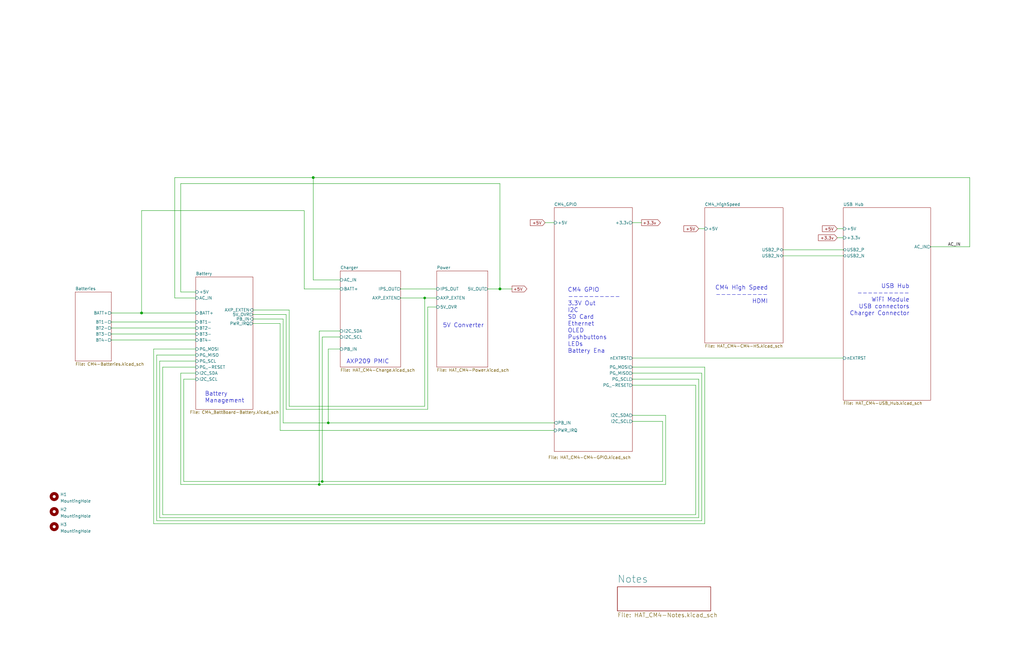
<source format=kicad_sch>
(kicad_sch (version 20211123) (generator eeschema)
  (paper "B")
  (title_block (title "ConnectBox CM4 for China Case") (date "2022-04-07") (rev "1.8.3") (comment 1 "JRA"))
  (lib_symbols
    (symbol "Mechanical:MountingHole" (pin_names (offset 1.016))
      (property "Reference" "H" (at 0 5.08 0))
      (property "Value" "MountingHole" (at 0 3.175 0))
      (symbol "MountingHole_0_1"
        (circle (center 0 0) (radius 1.27) (stroke (width 1.27)))
      )
    )
  )
  (junction (at 134.62 204.47) (diameter 0.9144))
  (junction (at 132.08 74.93) (diameter 1.016))
  (junction (at 210.82 121.92) (diameter 1.016))
  (junction (at 179.07 125.73))
  (junction (at 135.89 203.2) (diameter 0.9144))
  (junction (at 59.69 132.08) (diameter 1.016))
  (junction (at 138.43 178.435))
  (wire (pts (xy 168.91 121.92) (xy 184.15 121.92)))
  (wire (pts (xy 46.99 143.51) (xy 82.55 143.51)))
  (wire (pts (xy 138.43 178.435) (xy 233.68 178.435)))
  (wire (pts (xy 46.99 140.97) (xy 82.55 140.97)))
  (wire (pts (xy 77.47 160.02) (xy 77.47 203.2)))
  (wire (pts (xy 77.47 203.2) (xy 135.89 203.2)))
  (wire (pts (xy 82.55 160.02) (xy 77.47 160.02)))
  (wire (pts (xy 138.43 147.32) (xy 143.51 147.32)))
  (wire (pts (xy 68.58 154.94) (xy 68.58 217.17)))
  (wire (pts (xy 68.58 217.17) (xy 293.37 217.17)))
  (wire (pts (xy 82.55 154.94) (xy 68.58 154.94)))
  (wire (pts (xy 293.37 162.56) (xy 266.7 162.56)))
  (wire (pts (xy 293.37 217.17) (xy 293.37 162.56)))
  (wire (pts (xy 179.07 171.45) (xy 121.92 171.45)))
  (wire (pts (xy 106.68 130.81) (xy 121.92 130.81)))
  (wire (pts (xy 76.2 77.47) (xy 76.2 123.19)))
  (wire (pts (xy 76.2 123.19) (xy 82.55 123.19)))
  (wire (pts (xy 210.82 77.47) (xy 76.2 77.47)))
  (wire (pts (xy 210.82 121.92) (xy 210.82 77.47)))
  (wire (pts (xy 46.99 138.43) (xy 82.55 138.43)))
  (wire (pts (xy 118.11 136.525) (xy 118.11 181.61)))
  (wire (pts (xy 353.06 100.33) (xy 355.6 100.33)))
  (wire (pts (xy 330.2 107.95) (xy 355.6 107.95)))
  (wire (pts (xy 353.06 96.52) (xy 355.6 96.52)))
  (wire (pts (xy 330.2 105.41) (xy 355.6 105.41)))
  (wire (pts (xy 210.82 121.92) (xy 215.9 121.92)))
  (wire (pts (xy 66.04 149.86) (xy 66.04 219.71)))
  (wire (pts (xy 66.04 219.71) (xy 295.91 219.71)))
  (wire (pts (xy 82.55 149.86) (xy 66.04 149.86)))
  (wire (pts (xy 295.91 157.48) (xy 266.7 157.48)))
  (wire (pts (xy 295.91 219.71) (xy 295.91 157.48)))
  (wire (pts (xy 266.7 151.13) (xy 355.6 151.13)))
  (wire (pts (xy 46.99 132.08) (xy 59.69 132.08)))
  (wire (pts (xy 59.69 132.08) (xy 82.55 132.08)))
  (wire (pts (xy 119.38 178.435) (xy 138.43 178.435)))
  (wire (pts (xy 118.11 181.61) (xy 233.68 181.61)))
  (wire (pts (xy 121.92 171.45) (xy 121.92 130.81)))
  (wire (pts (xy 73.66 74.93) (xy 73.66 125.73)))
  (wire (pts (xy 73.66 125.73) (xy 82.55 125.73)))
  (wire (pts (xy 132.08 74.93) (xy 73.66 74.93)))
  (wire (pts (xy 408.94 74.93) (xy 132.08 74.93)))
  (wire (pts (xy 408.94 104.14) (xy 408.94 74.93)))
  (wire (pts (xy 205.74 121.92) (xy 210.82 121.92)))
  (wire (pts (xy 106.68 132.715) (xy 120.65 132.715)))
  (wire (pts (xy 46.99 135.89) (xy 82.55 135.89)))
  (wire (pts (xy 135.89 142.24) (xy 143.51 142.24)))
  (wire (pts (xy 135.89 203.2) (xy 135.89 142.24)))
  (wire (pts (xy 266.7 177.8) (xy 279.4 177.8)))
  (wire (pts (xy 279.4 177.8) (xy 279.4 203.2)))
  (wire (pts (xy 279.4 203.2) (xy 135.89 203.2)))
  (wire (pts (xy 180.34 129.54) (xy 180.34 172.72)))
  (wire (pts (xy 168.91 125.73) (xy 179.07 125.73)))
  (wire (pts (xy 392.43 104.14) (xy 408.94 104.14)))
  (wire (pts (xy 67.31 152.4) (xy 82.55 152.4)))
  (wire (pts (xy 67.31 218.44) (xy 67.31 152.4)))
  (wire (pts (xy 266.7 160.02) (xy 294.64 160.02)))
  (wire (pts (xy 294.64 160.02) (xy 294.64 218.44)))
  (wire (pts (xy 294.64 218.44) (xy 67.31 218.44)))
  (wire (pts (xy 59.69 88.9) (xy 128.27 88.9)))
  (wire (pts (xy 59.69 132.08) (xy 59.69 88.9)))
  (wire (pts (xy 128.27 88.9) (xy 128.27 121.92)))
  (wire (pts (xy 138.43 178.435) (xy 138.43 147.32)))
  (wire (pts (xy 180.34 129.54) (xy 184.15 129.54)))
  (wire (pts (xy 184.15 125.73) (xy 179.07 125.73)))
  (wire (pts (xy 106.68 136.525) (xy 118.11 136.525)))
  (wire (pts (xy 64.77 147.32) (xy 82.55 147.32)))
  (wire (pts (xy 64.77 220.98) (xy 64.77 147.32)))
  (wire (pts (xy 266.7 154.94) (xy 297.18 154.94)))
  (wire (pts (xy 297.18 154.94) (xy 297.18 220.98)))
  (wire (pts (xy 297.18 220.98) (xy 64.77 220.98)))
  (wire (pts (xy 106.68 134.62) (xy 119.38 134.62)))
  (wire (pts (xy 120.65 132.715) (xy 120.65 172.72)))
  (wire (pts (xy 128.27 121.92) (xy 143.51 121.92)))
  (wire (pts (xy 76.2 157.48) (xy 82.55 157.48)))
  (wire (pts (xy 76.2 204.47) (xy 76.2 157.48)))
  (wire (pts (xy 134.62 204.47) (xy 76.2 204.47)))
  (wire (pts (xy 294.64 96.52) (xy 297.18 96.52)))
  (wire (pts (xy 266.7 93.98) (xy 270.51 93.98)))
  (wire (pts (xy 120.65 172.72) (xy 180.34 172.72)))
  (wire (pts (xy 179.07 125.73) (xy 179.07 171.45)))
  (wire (pts (xy 119.38 134.62) (xy 119.38 178.435)))
  (wire (pts (xy 132.08 74.93) (xy 132.08 118.11)))
  (wire (pts (xy 143.51 118.11) (xy 132.08 118.11)))
  (wire (pts (xy 229.87 93.98) (xy 233.68 93.98)))
  (wire (pts (xy 134.62 139.7) (xy 143.51 139.7)))
  (wire (pts (xy 134.62 204.47) (xy 134.62 139.7)))
  (wire (pts (xy 266.7 175.26) (xy 280.67 175.26)))
  (wire (pts (xy 280.67 175.26) (xy 280.67 204.47)))
  (wire (pts (xy 280.67 204.47) (xy 134.62 204.47)))
  (text "USB Hub\n----------\nWiFi Module\nUSB connectors\nCharger Connector\n" (at 383.54 133.35 0) (effects (font (size 1.778 1.778)) (justify right bottom)))
  (text "Battery \nManagement" (at 86.36 170.18 0) (effects (font (size 1.778 1.778)) (justify left bottom)))
  (text "5V Converter" (at 186.69 138.43 0) (effects (font (size 1.778 1.778)) (justify left bottom)))
  (text "CM4 GPIO\n----------\n3.3V Out\nI2C\nSD Card\nEthernet\nOLED\nPushbuttons\nLEDs\nBattery Ena\n" (at 239.395 149.225 0) (effects (font (size 1.778 1.778)) (justify left bottom)))
  (text "CM4 High Speed\n----------\nHDMI\n" (at 323.85 128.27 180) (effects (font (size 1.778 1.778)) (justify right bottom)))
  (text "AXP209 PMIC" (at 146.05 153.67 0) (effects (font (size 1.778 1.778)) (justify left bottom)))
  (label "AC_IN" (at 405.13 104.14 180))
  (global_label "+3.3v" (shape input) (at 353.06 100.33 180) (property "Intersheet References" "${INTERSHEET_REFS}" (effects hide)))
  (global_label "+3.3v" (shape output) (at 270.51 93.98 0) (property "Intersheet References" "${INTERSHEET_REFS}" (effects hide)))
  (global_label "+5V" (shape input) (at 353.06 96.52 180) (property "Intersheet References" "${INTERSHEET_REFS}" (effects hide)))
  (global_label "+5V" (shape input) (at 229.87 93.98 180) (property "Intersheet References" "${INTERSHEET_REFS}" (effects hide)))
  (global_label "+5V" (shape output) (at 215.9 121.92 0) (property "Intersheet References" "${INTERSHEET_REFS}" (effects hide)))
  (global_label "+5V" (shape input) (at 294.64 96.52 180) (property "Intersheet References" "${INTERSHEET_REFS}" (effects hide)))
  (symbol (lib_id "Mechanical:MountingHole") (at 22.86 215.9 0) (unit 1)
    (property "Reference" "H2" (at 25.4001 214.9915 0) (effects (justify left)))
    (property "Value" "MountingHole" (at 25.4001 217.7666 0) (effects (justify left)))
    (property "Footprint" "CustomComponents:MountingHole_4.3mm_M4-A" (effects hide))
  )
  (symbol (lib_id "Mechanical:MountingHole") (at 22.86 222.25 0) (unit 1)
    (property "Reference" "H3" (at 25.4001 221.3415 0) (effects (justify left)))
    (property "Value" "MountingHole" (at 25.4001 224.1166 0) (effects (justify left)))
    (property "Footprint" "CustomComponents:MountingHole_4.3mm_M4-A" (effects hide))
  )
  (symbol (lib_id "Mechanical:MountingHole") (at 22.86 209.55 0) (unit 1)
    (property "Reference" "H1" (at 25.4001 208.6415 0) (effects (justify left)))
    (property "Value" "MountingHole" (at 25.4001 211.4166 0) (effects (justify left)))
    (property "Footprint" "CustomComponents:MountingHole_4.3mm_M4-A" (effects hide))
  )
  (sheet (at 260.35 247.65) (size 39.37 10.16)
    (property "Sheet name" "Notes" (at 260.35 246.1255 0) (effects (font (size 3.048 3.048)) (justify left bottom)))
    (property "Sheet file" "HAT_CM4-Notes.kicad_sch" (at 260.35 258.5217 0) (effects (font (size 1.778 1.778)) (justify left top)))
  )
  (sheet (at 143.51 114.3) (size 25.4 40.64) (stroke (width 0.0006))
    (property "Sheet name" "Charger" (at 143.51 113.6643 0) (effects (justify left bottom)))
    (property "Sheet file" "HAT_CM4-Charge.kicad_sch" (at 143.51 155.4487 0) (effects (justify left top)))
    (pin "I2C_SCL" input (at 143.51 142.24 180))
    (pin "I2C_SDA" input (at 143.51 139.7 180))
    (pin "BATT+" input (at 143.51 121.92 180))
    (pin "IPS_OUT" output (at 168.91 121.92 0))
    (pin "AC_IN" input (at 143.51 118.11 180))
    (pin "AXP_EXTEN" output (at 168.91 125.73 0))
    (pin "PB_IN" input (at 143.51 147.32 180))
  )
  (sheet (at 297.18 87.63) (size 33.02 57.15) (stroke (width 0.0006))
    (property "Sheet name" "CM4_HighSpeed" (at 297.18 86.9943 0) (effects (justify left bottom)))
    (property "Sheet file" "HAT_CM4-CM4-HS.kicad_sch" (at 297.18 145.2887 0) (effects (justify left top)))
    (pin "USB2_N" bidirectional (at 330.2 107.95 0))
    (pin "USB2_P" bidirectional (at 330.2 105.41 0))
    (pin "+5V" input (at 297.18 96.52 180))
  )
  (sheet (at 233.68 87.63) (size 33.02 102.87) (stroke (width 0.0006))
    (property "Sheet name" "CM4_GPIO" (at 233.68 86.9943 0) (effects (justify left bottom)))
    (property "Sheet file" "HAT_CM4-CM4-GPIO.kicad_sch" (at 231.14 192.2787 0) (effects (justify left top)))
    (pin "I2C_SCL" output (at 266.7 177.8 0))
    (pin "I2C_SDA" output (at 266.7 175.26 0))
    (pin "+3.3v" output (at 266.7 93.98 0))
    (pin "nEXTRST" output (at 266.7 151.13 0))
    (pin "+5V" input (at 233.68 93.98 180))
    (pin "PB_IN" output (at 233.68 178.435 180))
    (pin "PG_MOSI" output (at 266.7 154.94 0))
    (pin "PG_SCL" output (at 266.7 160.02 0))
    (pin "PG_MISO" output (at 266.7 157.48 0))
    (pin "PG_-RESET" output (at 266.7 162.56 0))
    (pin "PWR_IRQ" input (at 233.68 181.61 180))
  )
  (sheet (at 184.15 114.3) (size 21.59 40.64) (stroke (width 0.0006))
    (property "Sheet name" "Power" (at 184.15 113.6643 0) (effects (justify left bottom)))
    (property "Sheet file" "HAT_CM4-Power.kicad_sch" (at 184.15 155.4487 0) (effects (justify left top)))
    (pin "IPS_OUT" input (at 184.15 121.92 180))
    (pin "5V_OVR" input (at 184.15 129.54 180))
    (pin "5V_OUT" output (at 205.74 121.92 0))
    (pin "AXP_EXTEN" input (at 184.15 125.73 180))
  )
  (sheet (at 82.55 116.84) (size 24.13 55.88) (stroke (width 0.0006))
    (property "Sheet name" "Battery" (at 82.55 116.2043 0) (effects (justify left bottom)))
    (property "Sheet file" "CM4_BattBoard-Battery.kicad_sch" (at 80.01 173.2287 0) (effects (justify left top)))
    (pin "AC_IN" input (at 82.55 125.73 180))
    (pin "BT4-" input (at 82.55 143.51 180))
    (pin "BT2-" input (at 82.55 138.43 180))
    (pin "BT1-" input (at 82.55 135.89 180))
    (pin "BT3-" input (at 82.55 140.97 180))
    (pin "BATT+" input (at 82.55 132.08 180))
    (pin "PG_MISO" input (at 82.55 149.86 180))
    (pin "PG_SCL" input (at 82.55 152.4 180))
    (pin "PG_-RESET" input (at 82.55 154.94 180))
    (pin "I2C_SDA" input (at 82.55 157.48 180))
    (pin "I2C_SCL" input (at 82.55 160.02 180))
    (pin "+5V" input (at 82.55 123.19 180))
    (pin "PG_MOSI" input (at 82.55 147.32 180))
    (pin "5V_OVR" output (at 106.68 132.715 0))
    (pin "PWR_IRQ" output (at 106.68 136.525 0))
    (pin "AXP_EXTEN" input (at 106.68 130.81 0))
    (pin "PB_IN" input (at 106.68 134.62 0))
  )
  (sheet (at 31.75 123.19) (size 15.24 29.21) (stroke (width 0.0006))
    (property "Sheet name" "Batteries" (at 31.75 122.5543 0) (effects (justify left bottom)))
    (property "Sheet file" "CM4-Batteries.kicad_sch" (at 31.75 152.9087 0) (effects (justify left top)))
    (pin "BT3-" output (at 46.99 140.97 0))
    (pin "BT1-" output (at 46.99 135.89 0))
    (pin "BT4-" output (at 46.99 143.51 0))
    (pin "BT2-" output (at 46.99 138.43 0))
    (pin "BATT+" output (at 46.99 132.08 0))
  )
  (sheet (at 355.6 87.63) (size 36.83 81.28) (stroke (width 0.0006))
    (property "Sheet name" "USB Hub" (at 355.6 86.9943 0) (effects (justify left bottom)))
    (property "Sheet file" "HAT_CM4-USB_Hub.kicad_sch" (at 355.6 169.4187 0) (effects (justify left top)))
    (pin "+5V" input (at 355.6 96.52 180))
    (pin "USB2_P" bidirectional (at 355.6 105.41 180))
    (pin "USB2_N" bidirectional (at 355.6 107.95 180))
    (pin "+3.3v" input (at 355.6 100.33 180))
    (pin "nEXTRST" input (at 355.6 151.13 180))
    (pin "AC_IN" output (at 392.43 104.14 0))
  )
)
</source>
